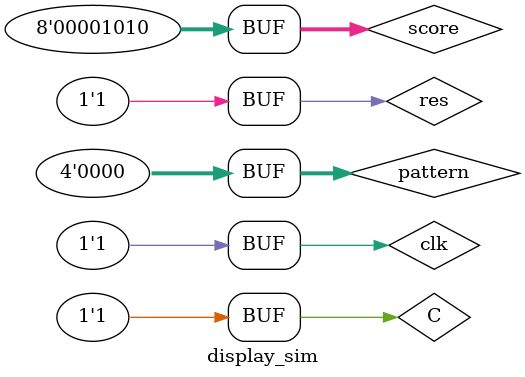
<source format=v>
`timescale 1ns / 1ps


module display_sim;

	// Inputs
	reg [7:0] score;
	reg [3:0] pattern;
	reg C;
	reg clk;
	reg res;
	wire [15:0] test;
	wire [11:0] test0;

	// Outputs
	wire [7:0] SEG;
	wire [3:0] AN;
	wire [3:0] LED;

	// Instantiate the Unit Under Test (UUT)
	display uut (
		.score(score), 
		.pattern(pattern), 
		.C(C), 
		.clk(clk), 
		.res(res), 
		.SEG(SEG), 
		.AN(AN), 
		.LED(LED),
		.test(test),
		.test0(test0)
	);

	initial begin
		// Initialize Inputs
		score = 10;
		pattern = 0;
		C = 0;
		clk = 0;
		res = 0;

		// Wait 100 ns for global reset to finish
		#100;
        
		// Add stimulus here
		#10 clk = 1;
		#10 clk = 0;
		#10 clk = 1;
		#10 clk = 0;
		#10 clk = 1;
		#10 clk = 0;
		#10 clk = 1;
		#10 clk = 0;
		#10 clk = 1;
		#10 clk = 0;
		C = 1;
		#10 C = 0;
		#10 res = 1;
		#10 C = 1;
		#10 clk = 1;
		#10 clk = 0;
		#10 clk = 1;
		#10 clk = 0;
		#10 clk = 1;
		#10 clk = 0;
		#10 clk = 1;
		#10 clk = 0;
		#10 clk = 1;

	end
      
endmodule


</source>
